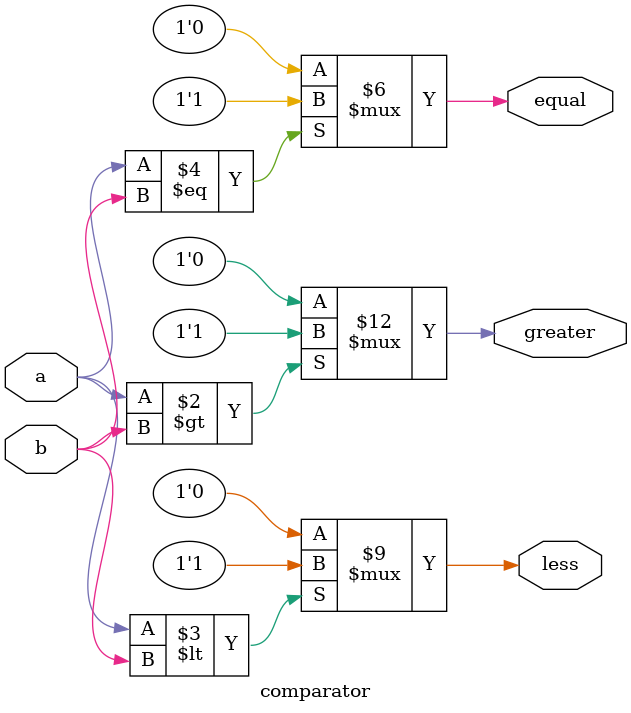
<source format=v>
module comparator(
  output reg less,
  output reg equal,
  output reg greater,
  input a,
  input b
    );
    always@* begin
    less = 0;
        equal = 0;
        greater = 0;
    if(a>b)begin
    greater =1;
    end
    if(a<b)begin
    less=1;
    end
    if(a==b)begin
    equal=1;
    end
    end
endmodule
</source>
